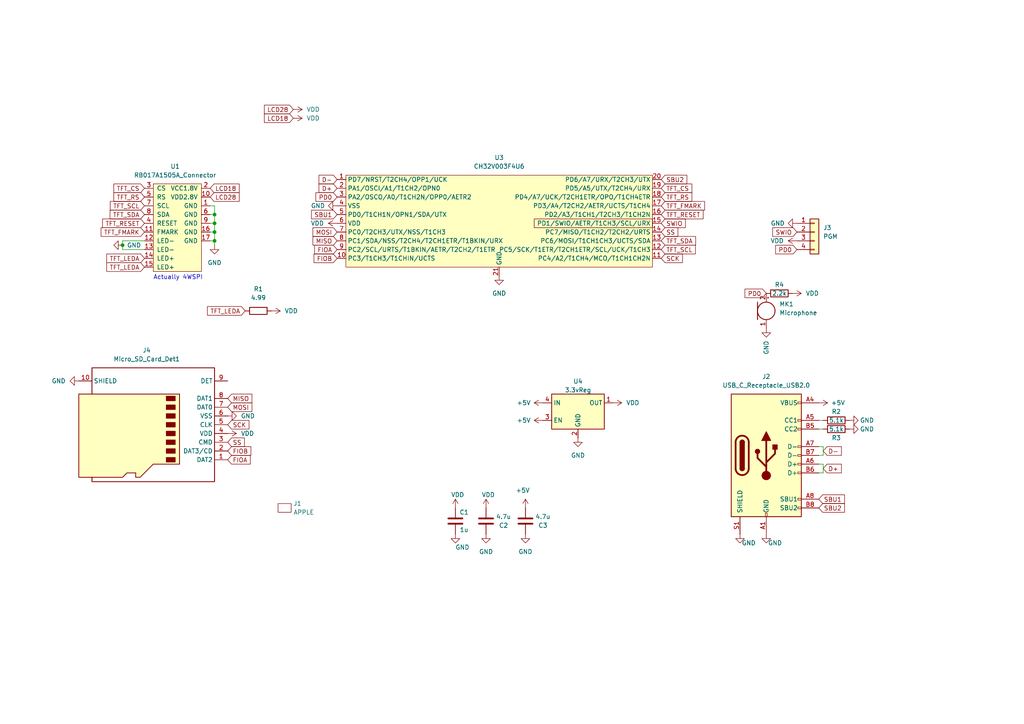
<source format=kicad_sch>
(kicad_sch (version 20230121) (generator eeschema)
  (paper "A4")
  (lib_symbols
    (symbol "CH32V003F4U6:CH32V003F4U6"
      (property "Reference" "U" (at 0 0 0))
      (property "Value" "CH32V003F4U6" (at 0 3.81 0))
      (symbol "CH32V003F4U6_0_1"
        (rectangle (start -44.45 12.7) (end 44.45 -13.97) (fill (type background)))
        (rectangle (start 10.16 0) (end 44.45 -2.54) (fill (type background)))
      )
      (symbol "CH32V003F4U6_1_1"
        (pin bidirectional line (at -46.99 11.43 0) (length 2.54) (name "PD7/NRST/T2CH4/OPP1/UCK") (number "1"))
        (pin bidirectional line (at -46.99 -11.43 0) (length 2.54) (name "PC3/T1CH3/T1CHIN/UCTS") (number "10"))
        (pin bidirectional line (at 46.99 -11.43 180) (length 2.54) (name "PC4/A2/T1CH4/MCO/T1CH1CH2N") (number "11"))
        (pin bidirectional line (at 46.99 -8.89 180) (length 2.54) (name "PC5/SCK/T1ETR/T2CH1ETR/SCL/UCK/T1CH3") (number "12"))
        (pin bidirectional line (at 46.99 -6.35 180) (length 2.54) (name "PC6/MOSI/T1CH1CH3/UCTS/SDA") (number "13"))
        (pin bidirectional line (at 46.99 -3.81 180) (length 2.54) (name "PC7/MISO/T1CH2/T2CH2/URTS") (number "14"))
        (pin bidirectional line (at 46.99 -1.27 180) (length 2.54) (name "PD1/SWIO/AETR/T1CH3/SCL/URX") (number "15"))
        (pin bidirectional line (at 46.99 1.27 180) (length 2.54) (name "PD2/A3/T1CH1/T2CH3/T1CH2N") (number "16"))
        (pin bidirectional line (at 46.99 3.81 180) (length 2.54) (name "PD3/A4/T2CH2/AETR/UCTS/T1CH4") (number "17"))
        (pin bidirectional line (at 46.99 6.35 180) (length 2.54) (name "PD4/A7/UCK/T2CH1ETR/OPO/T1CH4ETR") (number "18"))
        (pin bidirectional line (at 46.99 8.89 180) (length 2.54) (name "PD5/A5/UTX/T2CH4/URX") (number "19"))
        (pin bidirectional line (at -46.99 8.89 0) (length 2.54) (name "PA1/OSCI/A1/T1CH2/OPN0") (number "2"))
        (pin bidirectional line (at 46.99 11.43 180) (length 2.54) (name "PD6/A7/URX/T2CH3/UTX") (number "20"))
        (pin bidirectional line (at 0 -16.51 90) (length 2.54) (name "GND") (number "21"))
        (pin bidirectional line (at -46.99 6.35 0) (length 2.54) (name "PA2/OSCO/A0/T1CH2N/OPP0/AETR2") (number "3"))
        (pin bidirectional line (at -46.99 3.81 0) (length 2.54) (name "VSS") (number "4"))
        (pin bidirectional line (at -46.99 1.27 0) (length 2.54) (name "PD0/T1CH1N/OPN1/SDA/UTX") (number "5"))
        (pin bidirectional line (at -46.99 -1.27 0) (length 2.54) (name "VDD") (number "6"))
        (pin bidirectional line (at -46.99 -3.81 0) (length 2.54) (name "PC0/T2CH3/UTX/NSS/T1CH3") (number "7"))
        (pin bidirectional line (at -46.99 -6.35 0) (length 2.54) (name "PC1/SDA/NSS/T2CH4/T2CH1ETR/T1BKIN/URX") (number "8"))
        (pin bidirectional line (at -46.99 -8.89 0) (length 2.54) (name "PC2/SCL/URTS/T1BKIN/AETR/T2CH2/T1ETR") (number "9"))
      )
    )
    (symbol "Connector:Micro_SD_Card_Det1"
      (property "Reference" "J" (at -16.51 17.78 0))
      (property "Value" "Micro_SD_Card_Det1" (at 16.51 17.78 0))
      (symbol "Micro_SD_Card_Det1_0_1"
        (rectangle (start -7.62 -6.985) (end -5.08 -8.255) (stroke (width 0.254)) (fill (type outline)))
        (rectangle (start -7.62 -4.445) (end -5.08 -5.715) (stroke (width 0.254)) (fill (type outline)))
        (rectangle (start -7.62 -1.905) (end -5.08 -3.175) (stroke (width 0.254)) (fill (type outline)))
        (rectangle (start -7.62 0.635) (end -5.08 -0.635) (stroke (width 0.254)) (fill (type outline)))
        (rectangle (start -7.62 3.175) (end -5.08 1.905) (stroke (width 0.254)) (fill (type outline)))
        (rectangle (start -7.62 5.715) (end -5.08 4.445) (stroke (width 0.254)) (fill (type outline)))
        (rectangle (start -7.62 8.255) (end -5.08 6.985) (stroke (width 0.254)) (fill (type outline)))
        (rectangle (start -7.62 10.795) (end -5.08 9.525) (stroke (width 0.254)) (fill (type outline)))
        (polyline (pts (xy 16.51 15.24) (xy 16.51 16.51) (xy -19.05 16.51) (xy -19.05 -16.51) (xy 16.51 -16.51) (xy 16.51 -8.89)) (stroke (width 0.254)))
        (polyline (pts (xy -8.89 -8.89) (xy -8.89 11.43) (xy -1.27 11.43) (xy 2.54 15.24) (xy 3.81 15.24) (xy 3.81 13.97) (xy 6.35 13.97) (xy 7.62 15.24) (xy 20.32 15.24) (xy 20.32 -8.89) (xy -8.89 -8.89)) (stroke (width 0.254)) (fill (type background)))
      )
      (symbol "Micro_SD_Card_Det1_1_1"
        (pin bidirectional line (at -22.86 10.16 0) (length 3.81) (name "DAT2") (number "1"))
        (pin passive line (at 20.32 -12.7 180) (length 3.81) (name "SHIELD") (number "10"))
        (pin bidirectional line (at -22.86 7.62 0) (length 3.81) (name "DAT3/CD") (number "2"))
        (pin input line (at -22.86 5.08 0) (length 3.81) (name "CMD") (number "3"))
        (pin power_in line (at -22.86 2.54 0) (length 3.81) (name "VDD") (number "4"))
        (pin input line (at -22.86 0 0) (length 3.81) (name "CLK") (number "5"))
        (pin power_in line (at -22.86 -2.54 0) (length 3.81) (name "VSS") (number "6"))
        (pin bidirectional line (at -22.86 -5.08 0) (length 3.81) (name "DAT0") (number "7"))
        (pin bidirectional line (at -22.86 -7.62 0) (length 3.81) (name "DAT1") (number "8"))
        (pin passive line (at -22.86 -12.7 0) (length 3.81) (name "DET") (number "9"))
      )
    )
    (symbol "Connector:USB_C_Receptacle_USB2.0" (pin_names (offset 1.016))
      (property "Reference" "J" (at -10.16 19.05 0))
      (property "Value" "USB_C_Receptacle_USB2.0" (at 19.05 19.05 0))
      (symbol "USB_C_Receptacle_USB2.0_0_0"
        (rectangle (start -0.254 -17.78) (end 0.254 -16.764))
        (rectangle (start 10.16 -14.986) (end 9.144 -15.494))
        (rectangle (start 10.16 -12.446) (end 9.144 -12.954))
        (rectangle (start 10.16 -4.826) (end 9.144 -5.334))
        (rectangle (start 10.16 -2.286) (end 9.144 -2.794))
        (rectangle (start 10.16 0.254) (end 9.144 -0.254))
        (rectangle (start 10.16 2.794) (end 9.144 2.286))
        (rectangle (start 10.16 7.874) (end 9.144 7.366))
        (rectangle (start 10.16 10.414) (end 9.144 9.906))
        (rectangle (start 10.16 15.494) (end 9.144 14.986))
      )
      (symbol "USB_C_Receptacle_USB2.0_0_1"
        (rectangle (start -10.16 17.78) (end 10.16 -17.78) (stroke (width 0.254)) (fill (type background)))
        (arc (start -8.89 -3.81) (mid -6.985 -5.7067) (end -5.08 -3.81) (stroke (width 0.508)))
        (arc (start -7.62 -3.81) (mid -6.985 -4.4423) (end -6.35 -3.81) (stroke (width 0.254)))
        (arc (start -7.62 -3.81) (mid -6.985 -4.4423) (end -6.35 -3.81) (stroke (width 0.254)) (fill (type outline)))
        (rectangle (start -7.62 -3.81) (end -6.35 3.81) (stroke (width 0.254)) (fill (type outline)))
        (arc (start -6.35 3.81) (mid -6.985 4.4423) (end -7.62 3.81) (stroke (width 0.254)))
        (arc (start -6.35 3.81) (mid -6.985 4.4423) (end -7.62 3.81) (stroke (width 0.254)) (fill (type outline)))
        (arc (start -5.08 3.81) (mid -6.985 5.7067) (end -8.89 3.81) (stroke (width 0.508)))
        (circle (center -2.54 1.143) (radius 0.635) (stroke (width 0.254)) (fill (type outline)))
        (circle (center 0 -5.842) (radius 1.27) (fill (type outline)))
        (polyline (pts (xy -8.89 -3.81) (xy -8.89 3.81)) (stroke (width 0.508)))
        (polyline (pts (xy -5.08 3.81) (xy -5.08 -3.81)) (stroke (width 0.508)))
        (polyline (pts (xy 0 -5.842) (xy 0 4.318)) (stroke (width 0.508)))
        (polyline (pts (xy 0 -3.302) (xy -2.54 -0.762) (xy -2.54 0.508)) (stroke (width 0.508)))
        (polyline (pts (xy 0 -2.032) (xy 2.54 0.508) (xy 2.54 1.778)) (stroke (width 0.508)))
        (polyline (pts (xy -1.27 4.318) (xy 0 6.858) (xy 1.27 4.318) (xy -1.27 4.318)) (stroke (width 0.254)) (fill (type outline)))
        (rectangle (start 1.905 1.778) (end 3.175 3.048) (stroke (width 0.254)) (fill (type outline)))
      )
      (symbol "USB_C_Receptacle_USB2.0_1_1"
        (pin passive line (at 0 -22.86 90) (length 5.08) (name "GND") (number "A1"))
        (pin passive line (at 0 -22.86 90) (length 5.08) hide (name "GND") (number "A12"))
        (pin passive line (at 15.24 15.24 180) (length 5.08) (name "VBUS") (number "A4"))
        (pin bidirectional line (at 15.24 10.16 180) (length 5.08) (name "CC1") (number "A5"))
        (pin bidirectional line (at 15.24 -2.54 180) (length 5.08) (name "D+") (number "A6"))
        (pin bidirectional line (at 15.24 2.54 180) (length 5.08) (name "D-") (number "A7"))
        (pin bidirectional line (at 15.24 -12.7 180) (length 5.08) (name "SBU1") (number "A8"))
        (pin passive line (at 15.24 15.24 180) (length 5.08) hide (name "VBUS") (number "A9"))
        (pin passive line (at 0 -22.86 90) (length 5.08) hide (name "GND") (number "B1"))
        (pin passive line (at 0 -22.86 90) (length 5.08) hide (name "GND") (number "B12"))
        (pin passive line (at 15.24 15.24 180) (length 5.08) hide (name "VBUS") (number "B4"))
        (pin bidirectional line (at 15.24 7.62 180) (length 5.08) (name "CC2") (number "B5"))
        (pin bidirectional line (at 15.24 -5.08 180) (length 5.08) (name "D+") (number "B6"))
        (pin bidirectional line (at 15.24 0 180) (length 5.08) (name "D-") (number "B7"))
        (pin bidirectional line (at 15.24 -15.24 180) (length 5.08) (name "SBU2") (number "B8"))
        (pin passive line (at 15.24 15.24 180) (length 5.08) hide (name "VBUS") (number "B9"))
        (pin passive line (at -7.62 -22.86 90) (length 5.08) (name "SHIELD") (number "S1"))
      )
    )
    (symbol "Connector_Generic:Conn_01x04" (pin_names (offset 1.016) hide)
      (property "Reference" "J" (at 0 5.08 0))
      (property "Value" "Conn_01x04" (at 0 -7.62 0))
      (symbol "Conn_01x04_1_1"
        (rectangle (start -1.27 -4.953) (end 0 -5.207) (stroke (width 0.1524)))
        (rectangle (start -1.27 -2.413) (end 0 -2.667) (stroke (width 0.1524)))
        (rectangle (start -1.27 0.127) (end 0 -0.127) (stroke (width 0.1524)))
        (rectangle (start -1.27 2.667) (end 0 2.413) (stroke (width 0.1524)))
        (rectangle (start -1.27 3.81) (end 1.27 -6.35) (stroke (width 0.254)) (fill (type background)))
        (pin passive line (at -5.08 2.54 0) (length 3.81) (name "Pin_1") (number "1"))
        (pin passive line (at -5.08 0 0) (length 3.81) (name "Pin_2") (number "2"))
        (pin passive line (at -5.08 -2.54 0) (length 3.81) (name "Pin_3") (number "3"))
        (pin passive line (at -5.08 -5.08 0) (length 3.81) (name "Pin_4") (number "4"))
      )
    )
    (symbol "Device:C" (pin_numbers hide) (pin_names (offset 0.254))
      (property "Reference" "C" (at 0.635 2.54 0))
      (property "Value" "C" (at 0.635 -2.54 0))
      (symbol "C_0_1"
        (polyline (pts (xy -2.032 -0.762) (xy 2.032 -0.762)) (stroke (width 0.508)))
        (polyline (pts (xy -2.032 0.762) (xy 2.032 0.762)) (stroke (width 0.508)))
      )
      (symbol "C_1_1"
        (pin passive line (at 0 3.81 270) (length 2.794) (name "~") (number "1"))
        (pin passive line (at 0 -3.81 90) (length 2.794) (name "~") (number "2"))
      )
    )
    (symbol "Device:Microphone" (pin_names (offset 0.0254) hide)
      (property "Reference" "MK" (at -3.81 1.27 0))
      (property "Value" "Microphone" (at -3.81 -0.635 0))
      (symbol "Microphone_0_1"
        (polyline (pts (xy -2.54 2.54) (xy -2.54 -2.54)) (stroke (width 0.254)))
        (polyline (pts (xy 0.254 3.81) (xy 0.762 3.81)))
        (polyline (pts (xy 0.508 4.064) (xy 0.508 3.556)))
        (circle (center 0 0) (radius 2.54) (stroke (width 0.254)))
      )
      (symbol "Microphone_1_1"
        (pin passive line (at 0 -5.08 90) (length 2.54) (name "-") (number "1"))
        (pin passive line (at 0 5.08 270) (length 2.54) (name "+") (number "2"))
      )
    )
    (symbol "Device:R" (pin_numbers hide) (pin_names (offset 0))
      (property "Reference" "R" (at 2.032 0 90))
      (property "Value" "R" (at 0 0 90))
      (symbol "R_0_1"
        (rectangle (start -1.016 -2.54) (end 1.016 2.54) (stroke (width 0.254)))
      )
      (symbol "R_1_1"
        (pin passive line (at 0 3.81 270) (length 1.27) (name "~") (number "1"))
        (pin passive line (at 0 -3.81 90) (length 1.27) (name "~") (number "2"))
      )
    )
    (symbol "Regulator_Linear:NCP115AMX120TCG"
      (property "Reference" "U" (at 2.54 10.16 0))
      (property "Value" "NCP115AMX120TCG" (at 10.16 7.62 0))
      (symbol "NCP115AMX120TCG_0_1"
        (rectangle (start -7.62 5.08) (end 7.62 -5.08) (stroke (width 0.254)) (fill (type background)))
      )
      (symbol "NCP115AMX120TCG_1_1"
        (pin power_out line (at 10.16 2.54 180) (length 2.54) (name "OUT") (number "1"))
        (pin power_in line (at 0 -7.62 90) (length 2.54) (name "GND") (number "2"))
        (pin input line (at -10.16 -2.54 0) (length 2.54) (name "EN") (number "3"))
        (pin power_in line (at -10.16 2.54 0) (length 2.54) (name "IN") (number "4"))
        (pin passive line (at 0 -7.62 90) (length 2.54) hide (name "GND") (number "5"))
      )
    )
    (symbol "Swadge_Parts:RB017A1505A_Connector" (pin_names (offset 1.016))
      (property "Reference" "U" (at 0 43.18 0))
      (property "Value" "RB017A1505A_Connector" (at 0 -13.97 0))
      (symbol "RB017A1505A_Connector_0_1"
        (rectangle (start -6.35 12.7) (end 7.62 -12.7) (fill (type background)))
      )
      (symbol "RB017A1505A_Connector_1_1"
        (pin input line (at 10.16 6.35 180) (length 2.54) (name "GND") (number "1"))
        (pin input line (at 10.16 8.89 180) (length 2.54) (name "VDD2.8V") (number "10"))
        (pin input line (at -8.89 -1.27 0) (length 2.54) (name "FMARK") (number "11"))
        (pin input line (at -8.89 -3.81 0) (length 2.54) (name "LED-") (number "12"))
        (pin input line (at -8.89 -6.35 0) (length 2.54) (name "LED-") (number "13"))
        (pin input line (at -8.89 -8.89 0) (length 2.54) (name "LED+") (number "14"))
        (pin input line (at -8.89 -11.43 0) (length 2.54) (name "LED+") (number "15"))
        (pin input line (at 10.16 -1.27 180) (length 2.54) (name "GND") (number "16"))
        (pin input line (at 10.16 -3.81 180) (length 2.54) (name "GND") (number "17"))
        (pin input line (at 10.16 11.43 180) (length 2.54) (name "VCC1.8V") (number "2"))
        (pin input line (at -8.89 11.43 0) (length 2.54) (name "CS") (number "3"))
        (pin input line (at -8.89 1.27 0) (length 2.54) (name "RESET") (number "4"))
        (pin input line (at -8.89 8.89 0) (length 2.54) (name "RS") (number "5"))
        (pin input line (at 10.16 3.81 180) (length 2.54) (name "GND") (number "6"))
        (pin input line (at -8.89 6.35 0) (length 2.54) (name "SCL") (number "7"))
        (pin input line (at -8.89 3.81 0) (length 2.54) (name "SDA") (number "8"))
        (pin input line (at 10.16 1.27 180) (length 2.54) (name "GND") (number "9"))
      )
    )
    (symbol "artwork:artwork"
      (property "Reference" "A" (at 0 0 0))
      (property "Value" "artwork" (at 0 2.54 0))
      (symbol "artwork_0_1"
        (rectangle (start -1.905 1.27) (end 1.905 -1.27))
      )
    )
    (symbol "power:+5V" (power) (pin_names (offset 0))
      (property "Value" "+5V" (at 0 3.556 0))
      (symbol "+5V_0_1"
        (polyline (pts (xy -0.762 1.27) (xy 0 2.54)))
        (polyline (pts (xy 0 0) (xy 0 2.54)))
        (polyline (pts (xy 0 2.54) (xy 0.762 1.27)))
      )
      (symbol "+5V_1_1"
        (pin power_in line (at 0 0 90) (length 0) hide (name "+5V") (number "1"))
      )
    )
    (symbol "power:GND" (power) (pin_names (offset 0))
      (property "Value" "GND" (at 0 -3.81 0))
      (symbol "GND_0_1"
        (polyline (pts (xy 0 0) (xy 0 -1.27) (xy 1.27 -1.27) (xy 0 -2.54) (xy -1.27 -1.27) (xy 0 -1.27)))
      )
      (symbol "GND_1_1"
        (pin power_in line (at 0 0 270) (length 0) hide (name "GND") (number "1"))
      )
    )
    (symbol "power:VDD" (power) (pin_names (offset 0))
      (property "Value" "VDD" (at 0 3.81 0))
      (symbol "VDD_0_1"
        (polyline (pts (xy -0.762 1.27) (xy 0 2.54)))
        (polyline (pts (xy 0 0) (xy 0 2.54)))
        (polyline (pts (xy 0 2.54) (xy 0.762 1.27)))
      )
      (symbol "VDD_1_1"
        (pin power_in line (at 0 0 90) (length 0) hide (name "VDD") (number "1"))
      )
    )
  )
  (junction (at 35.56 71.12))
  (junction (at 62.23 62.23))
  (junction (at 62.23 64.77))
  (junction (at 62.23 67.31))
  (junction (at 62.23 69.85))
  (wire (pts (xy 62.23 71.12) (xy 62.23 69.85)))
  (wire (pts (xy 62.23 67.31) (xy 62.23 64.77)))
  (wire (pts (xy 62.23 59.69) (xy 60.96 59.69)))
  (wire (pts (xy 60.96 69.85) (xy 62.23 69.85)))
  (wire (pts (xy 238.76 129.54) (xy 237.49 129.54)))
  (wire (pts (xy 35.56 72.39) (xy 35.56 71.12)))
  (wire (pts (xy 35.56 69.85) (xy 41.91 69.85)))
  (wire (pts (xy 237.49 124.46) (xy 238.76 124.46)))
  (wire (pts (xy 238.76 129.54) (xy 238.76 132.08)))
  (wire (pts (xy 60.96 64.77) (xy 62.23 64.77)))
  (wire (pts (xy 238.76 134.62) (xy 238.76 137.16)))
  (wire (pts (xy 60.96 67.31) (xy 62.23 67.31)))
  (wire (pts (xy 35.56 71.12) (xy 35.56 69.85)))
  (wire (pts (xy 60.96 62.23) (xy 62.23 62.23)))
  (wire (pts (xy 41.91 72.39) (xy 35.56 72.39)))
  (wire (pts (xy 62.23 64.77) (xy 62.23 62.23)))
  (wire (pts (xy 238.76 137.16) (xy 237.49 137.16)))
  (wire (pts (xy 238.76 134.62) (xy 237.49 134.62)))
  (wire (pts (xy 62.23 69.85) (xy 62.23 67.31)))
  (wire (pts (xy 237.49 121.92) (xy 238.76 121.92)))
  (wire (pts (xy 237.49 132.08) (xy 238.76 132.08)))
  (wire (pts (xy 62.23 62.23) (xy 62.23 59.69)))
  (text "Actually 4WSPI" (at 44.45 81.28 0) (effects (font (size 1.27 1.27)) (justify left bottom)))
  (global_label "TFT_CS" (shape input) (at 191.77 54.61 0) (property "Intersheetrefs" "${INTERSHEET_REFS}" (effects hide)))
  (global_label "TFT_SCL" (shape input) (at 41.91 59.69 180) (property "Intersheetrefs" "${INTERSHEET_REFS}" (effects hide)))
  (global_label "SBU1" (shape input) (at 237.49 144.78 0) (property "Intersheetrefs" "${INTERSHEET_REFS}" (effects hide)))
  (global_label "MISO" (shape input) (at 97.79 69.85 180) (property "Intersheetrefs" "${INTERSHEET_REFS}" (effects hide)))
  (global_label "D-" (shape input) (at 97.79 52.07 180) (property "Intersheetrefs" "${INTERSHEET_REFS}" (effects hide)))
  (global_label "FIOA" (shape input) (at 66.04 133.35 0) (property "Intersheetrefs" "${INTERSHEET_REFS}" (effects hide)))
  (global_label "MOSI" (shape input) (at 97.79 67.31 180) (property "Intersheetrefs" "${INTERSHEET_REFS}" (effects hide)))
  (global_label "SCK" (shape input) (at 66.04 123.19 0) (property "Intersheetrefs" "${INTERSHEET_REFS}" (effects hide)))
  (global_label "TFT_RS" (shape input) (at 41.91 57.15 180) (property "Intersheetrefs" "${INTERSHEET_REFS}" (effects hide)))
  (global_label "TFT_LEDA" (shape input) (at 41.91 74.93 180) (property "Intersheetrefs" "${INTERSHEET_REFS}" (effects hide)))
  (global_label "TFT_FMARK" (shape input) (at 41.91 67.31 180) (property "Intersheetrefs" "${INTERSHEET_REFS}" (effects hide)))
  (global_label "LCD18" (shape input) (at 85.09 34.29 180) (property "Intersheetrefs" "${INTERSHEET_REFS}" (effects hide)))
  (global_label "MISO" (shape input) (at 66.04 115.57 0) (property "Intersheetrefs" "${INTERSHEET_REFS}" (effects hide)))
  (global_label "LCD18" (shape input) (at 60.96 54.61 0) (property "Intersheetrefs" "${INTERSHEET_REFS}" (effects hide)))
  (global_label "SS" (shape input) (at 66.04 128.27 0) (property "Intersheetrefs" "${INTERSHEET_REFS}" (effects hide)))
  (global_label "TFT_RS" (shape input) (at 191.77 57.15 0) (property "Intersheetrefs" "${INTERSHEET_REFS}" (effects hide)))
  (global_label "FIOB" (shape input) (at 66.04 130.81 0) (property "Intersheetrefs" "${INTERSHEET_REFS}" (effects hide)))
  (global_label "PD0" (shape input) (at 231.14 72.39 180) (property "Intersheetrefs" "${INTERSHEET_REFS}" (effects hide)))
  (global_label "FIOA" (shape input) (at 97.79 72.39 180) (property "Intersheetrefs" "${INTERSHEET_REFS}" (effects hide)))
  (global_label "SWIO" (shape input) (at 191.77 64.77 0) (property "Intersheetrefs" "${INTERSHEET_REFS}" (effects hide)))
  (global_label "TFT_FMARK" (shape input) (at 191.77 59.69 0) (property "Intersheetrefs" "${INTERSHEET_REFS}" (effects hide)))
  (global_label "TFT_RESET" (shape input) (at 191.77 62.23 0) (property "Intersheetrefs" "${INTERSHEET_REFS}" (effects hide)))
  (global_label "SBU1" (shape input) (at 97.79 62.23 180) (property "Intersheetrefs" "${INTERSHEET_REFS}" (effects hide)))
  (global_label "TFT_SDA" (shape input) (at 41.91 62.23 180) (property "Intersheetrefs" "${INTERSHEET_REFS}" (effects hide)))
  (global_label "TFT_SDA" (shape input) (at 191.77 69.85 0) (property "Intersheetrefs" "${INTERSHEET_REFS}" (effects hide)))
  (global_label "FIOB" (shape input) (at 97.79 74.93 180) (property "Intersheetrefs" "${INTERSHEET_REFS}" (effects hide)))
  (global_label "TFT_SCL" (shape input) (at 191.77 72.39 0) (property "Intersheetrefs" "${INTERSHEET_REFS}" (effects hide)))
  (global_label "D-" (shape input) (at 238.76 130.81 0) (property "Intersheetrefs" "${INTERSHEET_REFS}" (effects hide)))
  (global_label "D+" (shape input) (at 97.79 54.61 180) (property "Intersheetrefs" "${INTERSHEET_REFS}" (effects hide)))
  (global_label "LCD28" (shape input) (at 60.96 57.15 0) (property "Intersheetrefs" "${INTERSHEET_REFS}" (effects hide)))
  (global_label "SBU2" (shape input) (at 191.77 52.07 0) (property "Intersheetrefs" "${INTERSHEET_REFS}" (effects hide)))
  (global_label "TFT_CS" (shape input) (at 41.91 54.61 180) (property "Intersheetrefs" "${INTERSHEET_REFS}" (effects hide)))
  (global_label "D+" (shape input) (at 238.76 135.89 0) (property "Intersheetrefs" "${INTERSHEET_REFS}" (effects hide)))
  (global_label "PD0" (shape input) (at 97.79 57.15 180) (property "Intersheetrefs" "${INTERSHEET_REFS}" (effects hide)))
  (global_label "TFT_RESET" (shape input) (at 41.91 64.77 180) (property "Intersheetrefs" "${INTERSHEET_REFS}" (effects hide)))
  (global_label "SCK" (shape input) (at 191.77 74.93 0) (property "Intersheetrefs" "${INTERSHEET_REFS}" (effects hide)))
  (global_label "TFT_LEDA" (shape input) (at 71.12 90.17 180) (property "Intersheetrefs" "${INTERSHEET_REFS}" (effects hide)))
  (global_label "MOSI" (shape input) (at 66.04 118.11 0) (property "Intersheetrefs" "${INTERSHEET_REFS}" (effects hide)))
  (global_label "SWIO" (shape input) (at 231.14 67.31 180) (property "Intersheetrefs" "${INTERSHEET_REFS}" (effects hide)))
  (global_label "LCD28" (shape input) (at 85.09 31.75 180) (property "Intersheetrefs" "${INTERSHEET_REFS}" (effects hide)))
  (global_label "SBU2" (shape input) (at 237.49 147.32 0) (property "Intersheetrefs" "${INTERSHEET_REFS}" (effects hide)))
  (global_label "SS" (shape input) (at 191.77 67.31 0) (property "Intersheetrefs" "${INTERSHEET_REFS}" (effects hide)))
  (global_label "TFT_LEDA" (shape input) (at 41.91 77.47 180) (property "Intersheetrefs" "${INTERSHEET_REFS}" (effects hide)))
  (global_label "PD0" (shape input) (at 222.25 85.09 180) (property "Intersheetrefs" "${INTERSHEET_REFS}" (effects hide)))
  (symbol (lib_id "Device:R") (at 74.93 90.17 90) (unit 1)
    (property "Reference" "R1" (at 74.93 83.82 90))
    (property "Value" "4.99" (at 74.93 86.36 90))
    (property "Footprint" "Resistor_SMD:R_0603_1608Metric" (effects hide))
    (property "LCSC" "C103684" (effects hide))
  )
  (symbol (lib_id "Device:R") (at 242.57 124.46 90) (unit 1)
    (property "Reference" "R3" (at 242.57 127 90))
    (property "Value" "5.1k" (at 242.57 124.46 90))
    (property "Footprint" "Resistor_SMD:R_0402_1005Metric" (effects hide))
    (property "LCSC" "C25905" (effects hide))
  )
  (symbol (lib_id "power:GND") (at 35.56 71.12 270) (unit 1)
    (property "Reference" "#PWR0117" (effects hide))
    (property "Value" "GND" (at 36.83 71.1199 90) (effects (justify left)))
  )
  (symbol (lib_id "power:GND") (at 222.25 154.94 0) (unit 1)
    (property "Reference" "#PWR0123" (effects hide))
    (property "Value" "GND" (at 224.79 157.48 0))
  )
  (symbol (lib_id "power:VDD") (at 85.09 34.29 270) (unit 1)
    (property "Reference" "#PWR0118" (effects hide))
    (property "Value" "VDD" (at 88.9 34.2899 90) (effects (justify left)))
  )
  (symbol (lib_id "power:GND") (at 231.14 64.77 270) (unit 1)
    (property "Reference" "#PWR0127" (effects hide))
    (property "Value" "GND" (at 223.52 64.77 90) (effects (justify left)))
  )
  (symbol (lib_id "power:VDD") (at 231.14 69.85 90) (unit 1)
    (property "Reference" "#PWR0128" (effects hide))
    (property "Value" "VDD" (at 227.33 69.8499 90) (effects (justify left)))
  )
  (symbol (lib_id "power:+5V") (at 152.4 147.32 0) (unit 1)
    (property "Reference" "#PWR0112" (effects hide))
    (property "Value" "+5V" (at 153.67 142.24 0) (effects (justify right)))
  )
  (symbol (lib_id "power:VDD") (at 177.8 116.84 270) (unit 1)
    (property "Reference" "#PWR0107" (effects hide))
    (property "Value" "VDD" (at 181.61 116.84 90) (effects (justify left)))
  )
  (symbol (lib_id "power:VDD") (at 78.74 90.17 270) (unit 1)
    (property "Reference" "#PWR0121" (effects hide))
    (property "Value" "VDD" (at 82.55 90.1699 90) (effects (justify left)))
  )
  (symbol (lib_id "power:GND") (at 246.38 121.92 90) (unit 1)
    (property "Reference" "#PWR0125" (effects hide))
    (property "Value" "GND" (at 251.46 121.92 90))
  )
  (symbol (lib_id "power:GND") (at 132.08 154.94 0) (unit 1)
    (property "Reference" "#PWR0115" (effects hide))
    (property "Value" "GND" (at 132.08 158.75 0) (effects (justify left)))
  )
  (symbol (lib_id "power:GND") (at 144.78 80.01 0) (unit 1)
    (property "Reference" "#PWR0101" (effects hide))
    (property "Value" "GND" (at 144.78 85.09 0))
  )
  (symbol (lib_id "power:GND") (at 62.23 71.12 0) (unit 1)
    (property "Reference" "#PWR0120" (effects hide))
    (property "Value" "GND" (at 62.23 76.2 0))
  )
  (symbol (lib_id "Connector:Micro_SD_Card_Det1") (at 43.18 123.19 180) (unit 1)
    (property "Reference" "J4" (at 42.545 101.6 0))
    (property "Value" "Micro_SD_Card_Det1" (at 42.545 104.14 0))
    (property "Footprint" "cnhardware:MicroSD-C393941-SHOU-HAN-TF-PUSH" (effects hide))
    (property "Datasheet" "https://datasheet.lcsc.com/lcsc/2110151630_XKB-Connectivity-XKTF-015-N_C381082.pdf" (effects hide))
    (property "LCSC" "C393941" (effects hide))
  )
  (symbol (lib_id "power:GND") (at 167.64 127 0) (unit 1)
    (property "Reference" "#PWR0108" (effects hide))
    (property "Value" "GND" (at 167.64 132.08 0))
  )
  (symbol (lib_id "power:GND") (at 214.63 154.94 0) (unit 1)
    (property "Reference" "#PWR0122" (effects hide))
    (property "Value" "GND" (at 217.17 157.48 0))
  )
  (symbol (lib_id "Device:C") (at 152.4 151.13 180) (unit 1)
    (property "Reference" "C3" (at 157.48 152.4 0))
    (property "Value" "4.7u" (at 157.48 149.86 0))
    (property "Footprint" "Resistor_SMD:R_0402_1005Metric" (effects hide))
    (property "LCSC" "C368809" (effects hide))
  )
  (symbol (lib_id "Connector:USB_C_Receptacle_USB2.0") (at 222.25 132.08 0) (unit 1)
    (property "Reference" "J2" (at 222.25 109.22 0))
    (property "Value" "USB_C_Receptacle_USB2.0" (at 222.25 111.76 0))
    (property "Footprint" "Connector_USB:USB_C_Receptacle_HRO_TYPE-C-31-M-12" (effects hide))
    (property "Datasheet" "https://www.usb.org/sites/default/files/documents/usb_type-c.zip" (effects hide))
    (property "LCSC" "C2765186" (effects hide))
  )
  (symbol (lib_id "power:GND") (at 22.86 110.49 270) (unit 1)
    (property "Reference" "#PWR03" (effects hide))
    (property "Value" "GND" (at 19.05 110.49 90) (effects (justify right)))
  )
  (symbol (lib_id "Device:R") (at 242.57 121.92 90) (unit 1)
    (property "Reference" "R2" (at 242.57 119.38 90))
    (property "Value" "5.1k" (at 242.57 121.92 90))
    (property "Footprint" "Resistor_SMD:R_0402_1005Metric" (effects hide))
    (property "LCSC" "C25905" (effects hide))
  )
  (symbol (lib_id "Device:Microphone") (at 222.25 90.17 0) (unit 1)
    (property "Reference" "MK1" (at 226.06 88.2015 0) (effects (justify left)))
    (property "Value" "Microphone" (at 226.06 90.7415 0) (effects (justify left)))
    (property "Footprint" "cnhardware:GOERTEK_MIC_B4013AM423" (effects hide))
    (property "LCSC" "C529872" (effects hide))
  )
  (symbol (lib_id "CH32V003F4U6:CH32V003F4U6") (at 144.78 63.5 0) (unit 1)
    (property "Reference" "U3" (at 144.78 45.72 0))
    (property "Value" "CH32V003F4U6" (at 144.78 48.26 0))
    (property "Footprint" "Package_DFN_QFN:QFN-20-1EP_3x3mm_P0.4mm_EP1.65x1.65mm" (effects hide))
    (property "LCSC" "C5299908" (effects hide))
  )
  (symbol (lib_id "Device:R") (at 226.06 85.09 90) (unit 1)
    (property "Reference" "R4" (at 226.06 82.55 90))
    (property "Value" "2.2k" (at 226.06 85.09 90))
    (property "Footprint" "Resistor_SMD:R_0402_1005Metric" (effects hide))
    (property "LCSC" "C25933" (effects hide))
  )
  (symbol (lib_id "power:GND") (at 140.97 154.94 0) (unit 1)
    (property "Reference" "#PWR0114" (effects hide))
    (property "Value" "GND" (at 140.97 160.02 0))
  )
  (symbol (lib_id "Device:C") (at 132.08 151.13 180) (unit 1)
    (property "Reference" "C1" (at 134.62 148.59 0))
    (property "Value" "1u" (at 134.62 153.67 0))
    (property "Footprint" "Resistor_SMD:R_0402_1005Metric" (effects hide))
    (property "LCSC" "C52923" (effects hide))
  )
  (symbol (lib_id "Swadge_Parts:RB017A1505A_Connector") (at 50.8 66.04 0) (unit 1)
    (property "Reference" "U1" (at 50.8 48.26 0))
    (property "Value" "RB017A1505A_Connector" (at 50.8 50.8 0))
    (property "Footprint" "cnhardware:FLEX15-0.3-HC-FPC-03-10-15RLTAG" (effects hide))
    (property "Datasheet" "https://datasheet.lcsc.com/lcsc/2206141915_HCTL-HC-FPC-03-10-15RLTAG_C3012328.pdf" (effects hide))
    (property "LCSC" "C711418" (effects hide))
  )
  (symbol (lib_id "artwork:artwork") (at 82.55 147.32 0) (unit 1)
    (property "Reference" "J1" (at 85.09 146.0499 0) (effects (justify left)))
    (property "Value" "APPLE" (at 85.09 148.5899 0) (effects (justify left)))
    (property "Footprint" "artwork:apple" (effects hide))
  )
  (symbol (lib_id "power:+5V") (at 157.48 116.84 90) (unit 1)
    (property "Reference" "#PWR0109" (effects hide))
    (property "Value" "+5V" (at 149.86 116.84 90) (effects (justify right)))
  )
  (symbol (lib_id "power:VDD") (at 140.97 147.32 0) (unit 1)
    (property "Reference" "#PWR0113" (effects hide))
    (property "Value" "VDD" (at 139.7 143.51 0) (effects (justify left)))
  )
  (symbol (lib_id "power:VDD") (at 85.09 31.75 270) (unit 1)
    (property "Reference" "#PWR0119" (effects hide))
    (property "Value" "VDD" (at 88.9 31.7499 90) (effects (justify left)))
  )
  (symbol (lib_id "power:VDD") (at 229.87 85.09 270) (unit 1)
    (property "Reference" "#PWR04" (effects hide))
    (property "Value" "VDD" (at 233.68 85.09 90) (effects (justify left)))
  )
  (symbol (lib_id "power:GND") (at 66.04 120.65 90) (unit 1)
    (property "Reference" "#PWR01" (effects hide))
    (property "Value" "GND" (at 69.85 120.65 90) (effects (justify right)))
  )
  (symbol (lib_id "power:VDD") (at 97.79 64.77 90) (unit 1)
    (property "Reference" "#PWR0106" (effects hide))
    (property "Value" "VDD" (at 93.98 64.7699 90) (effects (justify left)))
  )
  (symbol (lib_id "power:GND") (at 246.38 124.46 90) (unit 1)
    (property "Reference" "#PWR0124" (effects hide))
    (property "Value" "GND" (at 251.46 124.46 90))
  )
  (symbol (lib_id "Regulator_Linear:NCP115AMX120TCG") (at 167.64 119.38 0) (unit 1)
    (property "Reference" "U4" (at 167.64 110.6002 0))
    (property "Value" "3.3vReg" (at 167.64 113.1371 0))
    (property "Footprint" "cnhardware:xdfn-reg" (effects hide))
    (property "Datasheet" "https://www.onsemi.com/pub/Collateral/NCP115-D.PDF" (effects hide))
    (property "LCSC" "C379350" (effects hide))
  )
  (symbol (lib_id "power:+5V") (at 157.48 121.92 90) (unit 1)
    (property "Reference" "#PWR0110" (effects hide))
    (property "Value" "+5V" (at 149.86 121.92 90) (effects (justify right)))
  )
  (symbol (lib_id "Device:C") (at 140.97 151.13 180) (unit 1)
    (property "Reference" "C2" (at 146.05 152.4 0))
    (property "Value" "4.7u" (at 146.05 149.86 0))
    (property "Footprint" "Resistor_SMD:R_0402_1005Metric" (effects hide))
    (property "LCSC" "C368809" (effects hide))
  )
  (symbol (lib_id "power:GND") (at 222.25 95.25 0) (unit 1)
    (property "Reference" "#PWR05" (effects hide))
    (property "Value" "GND" (at 222.25 102.87 90) (effects (justify left)))
  )
  (symbol (lib_id "Connector_Generic:Conn_01x04") (at 236.22 67.31 0) (unit 1)
    (property "Reference" "J3" (at 238.76 66.0399 0) (effects (justify left)))
    (property "Value" "PGM" (at 238.76 68.5799 0) (effects (justify left)))
    (property "Footprint" "Connector_PinHeader_2.54mm:PinHeader_1x04_P2.54mm_Vertical" (effects hide))
  )
  (symbol (lib_id "power:VDD") (at 132.08 147.32 0) (unit 1)
    (property "Reference" "#PWR0116" (effects hide))
    (property "Value" "VDD" (at 130.81 143.51 0) (effects (justify left)))
  )
  (symbol (lib_id "power:GND") (at 152.4 154.94 0) (unit 1)
    (property "Reference" "#PWR0111" (effects hide))
    (property "Value" "GND" (at 152.4 160.02 0))
  )
  (symbol (lib_id "power:GND") (at 97.79 59.69 270) (unit 1)
    (property "Reference" "#PWR0105" (effects hide))
    (property "Value" "GND" (at 90.17 59.69 90) (effects (justify left)))
  )
  (symbol (lib_id "power:+5V") (at 237.49 116.84 270) (unit 1)
    (property "Reference" "#PWR0126" (effects hide))
    (property "Value" "+5V" (at 245.11 116.84 90) (effects (justify right)))
  )
  (symbol (lib_id "power:VDD") (at 66.04 125.73 270) (unit 1)
    (property "Reference" "#PWR02" (effects hide))
    (property "Value" "VDD" (at 69.85 125.73 90) (effects (justify left)))
  )
)
</source>
